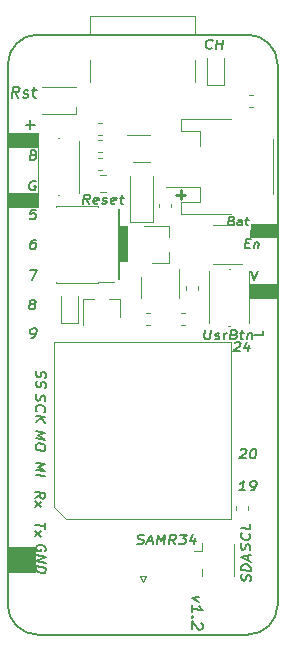
<source format=gto>
G04 #@! TF.GenerationSoftware,KiCad,Pcbnew,(5.1.6)-1*
G04 #@! TF.CreationDate,2020-08-18T19:06:58+02:00*
G04 #@! TF.ProjectId,Penguino-Feather-4260-v1,50656e67-7569-46e6-9f2d-466561746865,1.1*
G04 #@! TF.SameCoordinates,Original*
G04 #@! TF.FileFunction,Legend,Top*
G04 #@! TF.FilePolarity,Positive*
%FSLAX46Y46*%
G04 Gerber Fmt 4.6, Leading zero omitted, Abs format (unit mm)*
G04 Created by KiCad (PCBNEW (5.1.6)-1) date 2020-08-18 19:06:58*
%MOMM*%
%LPD*%
G01*
G04 APERTURE LIST*
%ADD10C,0.100000*%
%ADD11C,0.187500*%
%ADD12C,0.200000*%
%ADD13C,0.150000*%
%ADD14C,0.175000*%
%ADD15C,0.250000*%
G04 #@! TA.AperFunction,Profile*
%ADD16C,0.150000*%
G04 #@! TD*
%ADD17C,0.120000*%
G04 APERTURE END LIST*
D10*
G36*
X133890000Y-89280000D02*
G01*
X133790000Y-89280000D01*
X133790000Y-83380000D01*
X133890000Y-83380000D01*
X133890000Y-89280000D01*
G37*
X133890000Y-89280000D02*
X133790000Y-89280000D01*
X133790000Y-83380000D01*
X133890000Y-83380000D01*
X133890000Y-89280000D01*
G36*
X134590000Y-87780000D02*
G01*
X133790000Y-87780000D01*
X133790000Y-84780000D01*
X134590000Y-84780000D01*
X134590000Y-87780000D01*
G37*
X134590000Y-87780000D02*
X133790000Y-87780000D01*
X133790000Y-84780000D01*
X134590000Y-84780000D01*
X134590000Y-87780000D01*
D11*
X135435003Y-111673809D02*
X135558813Y-111711904D01*
X135773098Y-111711904D01*
X135863575Y-111673809D01*
X135911194Y-111635714D01*
X135963575Y-111559523D01*
X135973098Y-111483333D01*
X135939765Y-111407142D01*
X135901670Y-111369047D01*
X135820718Y-111330952D01*
X135654051Y-111292857D01*
X135573098Y-111254761D01*
X135535003Y-111216666D01*
X135501670Y-111140476D01*
X135511194Y-111064285D01*
X135563575Y-110988095D01*
X135611194Y-110950000D01*
X135701670Y-110911904D01*
X135915956Y-110911904D01*
X136039765Y-110950000D01*
X136315956Y-111483333D02*
X136744527Y-111483333D01*
X136201670Y-111711904D02*
X136601670Y-110911904D01*
X136801670Y-111711904D01*
X137101670Y-111711904D02*
X137201670Y-110911904D01*
X137430241Y-111483333D01*
X137801670Y-110911904D01*
X137701670Y-111711904D01*
X138644527Y-111711904D02*
X138392146Y-111330952D01*
X138130241Y-111711904D02*
X138230241Y-110911904D01*
X138573098Y-110911904D01*
X138654051Y-110950000D01*
X138692146Y-110988095D01*
X138725479Y-111064285D01*
X138711194Y-111178571D01*
X138658813Y-111254761D01*
X138611194Y-111292857D01*
X138520718Y-111330952D01*
X138177860Y-111330952D01*
X139044527Y-110911904D02*
X139601670Y-110911904D01*
X139263575Y-111216666D01*
X139392146Y-111216666D01*
X139473098Y-111254761D01*
X139511194Y-111292857D01*
X139544527Y-111369047D01*
X139520718Y-111559523D01*
X139468337Y-111635714D01*
X139420718Y-111673809D01*
X139330241Y-111711904D01*
X139073098Y-111711904D01*
X138992146Y-111673809D01*
X138954051Y-111635714D01*
X140339765Y-111178571D02*
X140273098Y-111711904D01*
X140163575Y-110873809D02*
X139877860Y-111445238D01*
X140435003Y-111445238D01*
D12*
X140654857Y-116153160D02*
X140054857Y-116316255D01*
X140654857Y-116629351D01*
X140054857Y-117459113D02*
X140054857Y-116887684D01*
X140054857Y-117173398D02*
X140954857Y-117285898D01*
X140826285Y-117174589D01*
X140740571Y-117068636D01*
X140697714Y-116968041D01*
X140140571Y-117898398D02*
X140097714Y-117940660D01*
X140054857Y-117887684D01*
X140097714Y-117845422D01*
X140140571Y-117898398D01*
X140054857Y-117887684D01*
X140869142Y-118418041D02*
X140912000Y-118471017D01*
X140954857Y-118571613D01*
X140954857Y-118809708D01*
X140912000Y-118899589D01*
X140869142Y-118941851D01*
X140783428Y-118978755D01*
X140697714Y-118968041D01*
X140569142Y-118904351D01*
X140054857Y-118268636D01*
X140054857Y-118887684D01*
D10*
G36*
X126740000Y-114080000D02*
G01*
X124594000Y-114080000D01*
X124594000Y-111980000D01*
X126740000Y-111980000D01*
X126740000Y-114080000D01*
G37*
X126740000Y-114080000D02*
X124594000Y-114080000D01*
X124594000Y-111980000D01*
X126740000Y-111980000D01*
X126740000Y-114080000D01*
D13*
X146050000Y-94000000D02*
X146050000Y-93650000D01*
X145350000Y-94000000D02*
X146050000Y-94000000D01*
D14*
X145095156Y-88616666D02*
X145274322Y-89316666D01*
X145628489Y-88616666D01*
X144636822Y-86250000D02*
X144903489Y-86250000D01*
X144971941Y-86616666D02*
X144590989Y-86616666D01*
X144678489Y-85916666D01*
X145059441Y-85916666D01*
X145373132Y-86150000D02*
X145314799Y-86616666D01*
X145364799Y-86216666D02*
X145407061Y-86183333D01*
X145487418Y-86150000D01*
X145601703Y-86150000D01*
X145673727Y-86183333D01*
X145703489Y-86250000D01*
X145657656Y-86616666D01*
X143436822Y-84350000D02*
X143546941Y-84383333D01*
X143580870Y-84416666D01*
X143610632Y-84483333D01*
X143598132Y-84583333D01*
X143551703Y-84650000D01*
X143509441Y-84683333D01*
X143429084Y-84716666D01*
X143124322Y-84716666D01*
X143211822Y-84016666D01*
X143478489Y-84016666D01*
X143550513Y-84050000D01*
X143584441Y-84083333D01*
X143614203Y-84150000D01*
X143605870Y-84216666D01*
X143559441Y-84283333D01*
X143517180Y-84316666D01*
X143436822Y-84350000D01*
X143170156Y-84350000D01*
X144267180Y-84716666D02*
X144313013Y-84350000D01*
X144283251Y-84283333D01*
X144211227Y-84250000D01*
X144058846Y-84250000D01*
X143978489Y-84283333D01*
X144271346Y-84683333D02*
X144190989Y-84716666D01*
X144000513Y-84716666D01*
X143928489Y-84683333D01*
X143898727Y-84616666D01*
X143907061Y-84550000D01*
X143953489Y-84483333D01*
X144033846Y-84450000D01*
X144224322Y-84450000D01*
X144304680Y-84416666D01*
X144592180Y-84250000D02*
X144896941Y-84250000D01*
X144735632Y-84016666D02*
X144660632Y-84616666D01*
X144690394Y-84683333D01*
X144762418Y-84716666D01*
X144838608Y-84716666D01*
D11*
X143696119Y-94700714D02*
X143741060Y-94665000D01*
X143826476Y-94629285D01*
X144028857Y-94629285D01*
X144105345Y-94665000D01*
X144141357Y-94700714D01*
X144172905Y-94772142D01*
X144163976Y-94843571D01*
X144110107Y-94950714D01*
X143570822Y-95379285D01*
X144097012Y-95379285D01*
X144888084Y-94879285D02*
X144825584Y-95379285D01*
X144721417Y-94593571D02*
X144452072Y-95129285D01*
X144978262Y-95129285D01*
X144179289Y-103738095D02*
X144226908Y-103700000D01*
X144317384Y-103661904D01*
X144531670Y-103661904D01*
X144612622Y-103700000D01*
X144650718Y-103738095D01*
X144684051Y-103814285D01*
X144674527Y-103890476D01*
X144617384Y-104004761D01*
X144045956Y-104461904D01*
X144603098Y-104461904D01*
X145260241Y-103661904D02*
X145345956Y-103661904D01*
X145426908Y-103700000D01*
X145465003Y-103738095D01*
X145498337Y-103814285D01*
X145522146Y-103966666D01*
X145498337Y-104157142D01*
X145436432Y-104309523D01*
X145384051Y-104385714D01*
X145336432Y-104423809D01*
X145245956Y-104461904D01*
X145160241Y-104461904D01*
X145079289Y-104423809D01*
X145041194Y-104385714D01*
X145007860Y-104309523D01*
X144984051Y-104157142D01*
X145007860Y-103966666D01*
X145069765Y-103814285D01*
X145122146Y-103738095D01*
X145169765Y-103700000D01*
X145260241Y-103661904D01*
X144593098Y-107161904D02*
X144078813Y-107161904D01*
X144335956Y-107161904D02*
X144435956Y-106361904D01*
X144335956Y-106476190D01*
X144240718Y-106552380D01*
X144150241Y-106590476D01*
X145021670Y-107161904D02*
X145193098Y-107161904D01*
X145283575Y-107123809D01*
X145331194Y-107085714D01*
X145431194Y-106971428D01*
X145493098Y-106819047D01*
X145531194Y-106514285D01*
X145497860Y-106438095D01*
X145459765Y-106400000D01*
X145378813Y-106361904D01*
X145207384Y-106361904D01*
X145116908Y-106400000D01*
X145069289Y-106438095D01*
X145016908Y-106514285D01*
X144993098Y-106704761D01*
X145026432Y-106780952D01*
X145064527Y-106819047D01*
X145145479Y-106857142D01*
X145316908Y-106857142D01*
X145407384Y-106819047D01*
X145455003Y-106780952D01*
X145507384Y-106704761D01*
D10*
G36*
X147200000Y-85728000D02*
G01*
X145000000Y-85728000D01*
X145034000Y-84582000D01*
X147200000Y-84582000D01*
X147200000Y-85728000D01*
G37*
X147200000Y-85728000D02*
X145000000Y-85728000D01*
X145034000Y-84582000D01*
X147200000Y-84582000D01*
X147200000Y-85728000D01*
G36*
X147200000Y-90900000D02*
G01*
X145000000Y-90900000D01*
X145000000Y-89700000D01*
X147200000Y-89700000D01*
X147200000Y-90900000D01*
G37*
X147200000Y-90900000D02*
X145000000Y-90900000D01*
X145000000Y-89700000D01*
X147200000Y-89700000D01*
X147200000Y-90900000D01*
G36*
X127000000Y-78100000D02*
G01*
X124600000Y-78100000D01*
X124600000Y-76900000D01*
X127000000Y-76900000D01*
X127000000Y-78100000D01*
G37*
X127000000Y-78100000D02*
X124600000Y-78100000D01*
X124600000Y-76900000D01*
X127000000Y-76900000D01*
X127000000Y-78100000D01*
D11*
X126845479Y-81000000D02*
X126764527Y-80961904D01*
X126635956Y-80961904D01*
X126502622Y-81000000D01*
X126407384Y-81076190D01*
X126355003Y-81152380D01*
X126293098Y-81304761D01*
X126278813Y-81419047D01*
X126302622Y-81571428D01*
X126335956Y-81647619D01*
X126412146Y-81723809D01*
X126535956Y-81761904D01*
X126621670Y-81761904D01*
X126755003Y-81723809D01*
X126802622Y-81685714D01*
X126835956Y-81419047D01*
X126664527Y-81419047D01*
D10*
G36*
X127000000Y-83200000D02*
G01*
X124600000Y-83200000D01*
X124600000Y-82000000D01*
X127000000Y-82000000D01*
X127000000Y-83200000D01*
G37*
X127000000Y-83200000D02*
X124600000Y-83200000D01*
X124600000Y-82000000D01*
X127000000Y-82000000D01*
X127000000Y-83200000D01*
D12*
X126009047Y-76201428D02*
X126770952Y-76201428D01*
X126390000Y-76582380D02*
X126390000Y-75820476D01*
D11*
X126460956Y-91379761D02*
X126380003Y-91341666D01*
X126341908Y-91303571D01*
X126308575Y-91227380D01*
X126313337Y-91189285D01*
X126365718Y-91113095D01*
X126413337Y-91075000D01*
X126503813Y-91036904D01*
X126675241Y-91036904D01*
X126756194Y-91075000D01*
X126794289Y-91113095D01*
X126827622Y-91189285D01*
X126822860Y-91227380D01*
X126770479Y-91303571D01*
X126722860Y-91341666D01*
X126632384Y-91379761D01*
X126460956Y-91379761D01*
X126370479Y-91417857D01*
X126322860Y-91455952D01*
X126270479Y-91532142D01*
X126251432Y-91684523D01*
X126284765Y-91760714D01*
X126322860Y-91798809D01*
X126403813Y-91836904D01*
X126575241Y-91836904D01*
X126665718Y-91798809D01*
X126713337Y-91760714D01*
X126765718Y-91684523D01*
X126784765Y-91532142D01*
X126751432Y-91455952D01*
X126713337Y-91417857D01*
X126632384Y-91379761D01*
X126364527Y-88536904D02*
X126964527Y-88536904D01*
X126478813Y-89336904D01*
X126393098Y-94261904D02*
X126564527Y-94261904D01*
X126655003Y-94223809D01*
X126702622Y-94185714D01*
X126802622Y-94071428D01*
X126864527Y-93919047D01*
X126902622Y-93614285D01*
X126869289Y-93538095D01*
X126831194Y-93500000D01*
X126750241Y-93461904D01*
X126578813Y-93461904D01*
X126488337Y-93500000D01*
X126440718Y-93538095D01*
X126388337Y-93614285D01*
X126364527Y-93804761D01*
X126397860Y-93880952D01*
X126435956Y-93919047D01*
X126516908Y-93957142D01*
X126688337Y-93957142D01*
X126778813Y-93919047D01*
X126826432Y-93880952D01*
X126878813Y-93804761D01*
X126860956Y-85936904D02*
X126689527Y-85936904D01*
X126599051Y-85975000D01*
X126551432Y-86013095D01*
X126451432Y-86127380D01*
X126389527Y-86279761D01*
X126351432Y-86584523D01*
X126384765Y-86660714D01*
X126422860Y-86698809D01*
X126503813Y-86736904D01*
X126675241Y-86736904D01*
X126765718Y-86698809D01*
X126813337Y-86660714D01*
X126865718Y-86584523D01*
X126889527Y-86394047D01*
X126856194Y-86317857D01*
X126818098Y-86279761D01*
X126737146Y-86241666D01*
X126565718Y-86241666D01*
X126475241Y-86279761D01*
X126427622Y-86317857D01*
X126375241Y-86394047D01*
X126878813Y-83411904D02*
X126450241Y-83411904D01*
X126359765Y-83792857D01*
X126407384Y-83754761D01*
X126497860Y-83716666D01*
X126712146Y-83716666D01*
X126793098Y-83754761D01*
X126831194Y-83792857D01*
X126864527Y-83869047D01*
X126840718Y-84059523D01*
X126788337Y-84135714D01*
X126740718Y-84173809D01*
X126650241Y-84211904D01*
X126435956Y-84211904D01*
X126355003Y-84173809D01*
X126316908Y-84135714D01*
X126901190Y-97058575D02*
X126863095Y-97182384D01*
X126863095Y-97396670D01*
X126901190Y-97487146D01*
X126939285Y-97534765D01*
X127015476Y-97587146D01*
X127091666Y-97596670D01*
X127167857Y-97563337D01*
X127205952Y-97525241D01*
X127244047Y-97444289D01*
X127282142Y-97277622D01*
X127320238Y-97196670D01*
X127358333Y-97158575D01*
X127434523Y-97125241D01*
X127510714Y-97134765D01*
X127586904Y-97187146D01*
X127625000Y-97234765D01*
X127663095Y-97325241D01*
X127663095Y-97539527D01*
X127625000Y-97663337D01*
X126901190Y-97915718D02*
X126863095Y-98039527D01*
X126863095Y-98253813D01*
X126901190Y-98344289D01*
X126939285Y-98391908D01*
X127015476Y-98444289D01*
X127091666Y-98453813D01*
X127167857Y-98420479D01*
X127205952Y-98382384D01*
X127244047Y-98301432D01*
X127282142Y-98134765D01*
X127320238Y-98053813D01*
X127358333Y-98015718D01*
X127434523Y-97982384D01*
X127510714Y-97991908D01*
X127586904Y-98044289D01*
X127625000Y-98091908D01*
X127663095Y-98182384D01*
X127663095Y-98396670D01*
X127625000Y-98520479D01*
X126876190Y-99037146D02*
X126838095Y-99160956D01*
X126838095Y-99375241D01*
X126876190Y-99465718D01*
X126914285Y-99513337D01*
X126990476Y-99565718D01*
X127066666Y-99575241D01*
X127142857Y-99541908D01*
X127180952Y-99503813D01*
X127219047Y-99422860D01*
X127257142Y-99256194D01*
X127295238Y-99175241D01*
X127333333Y-99137146D01*
X127409523Y-99103813D01*
X127485714Y-99113337D01*
X127561904Y-99165718D01*
X127600000Y-99213337D01*
X127638095Y-99303813D01*
X127638095Y-99518098D01*
X127600000Y-99641908D01*
X126914285Y-100456194D02*
X126876190Y-100408575D01*
X126838095Y-100275241D01*
X126838095Y-100189527D01*
X126876190Y-100065718D01*
X126952380Y-99989527D01*
X127028571Y-99956194D01*
X127180952Y-99932384D01*
X127295238Y-99946670D01*
X127447619Y-100008575D01*
X127523809Y-100060956D01*
X127600000Y-100156194D01*
X127638095Y-100289527D01*
X127638095Y-100375241D01*
X127600000Y-100499051D01*
X127561904Y-100537146D01*
X126838095Y-100832384D02*
X127638095Y-100932384D01*
X126838095Y-101346670D02*
X127295238Y-101018098D01*
X127638095Y-101446670D02*
X127180952Y-100875241D01*
X126838095Y-102168098D02*
X127638095Y-102268098D01*
X127066666Y-102496670D01*
X127638095Y-102868098D01*
X126838095Y-102768098D01*
X127638095Y-103468098D02*
X127638095Y-103639527D01*
X127600000Y-103720479D01*
X127523809Y-103796670D01*
X127371428Y-103820479D01*
X127104761Y-103787146D01*
X126952380Y-103725241D01*
X126876190Y-103630003D01*
X126838095Y-103539527D01*
X126838095Y-103368098D01*
X126876190Y-103287146D01*
X126952380Y-103210956D01*
X127104761Y-103187146D01*
X127371428Y-103220479D01*
X127523809Y-103282384D01*
X127600000Y-103377622D01*
X127638095Y-103468098D01*
X126838095Y-104850241D02*
X127638095Y-104950241D01*
X127066666Y-105178813D01*
X127638095Y-105550241D01*
X126838095Y-105450241D01*
X126838095Y-105878813D02*
X127638095Y-105978813D01*
X144948809Y-112252139D02*
X144986904Y-112128329D01*
X144986904Y-111914043D01*
X144948809Y-111823567D01*
X144910714Y-111775948D01*
X144834523Y-111723567D01*
X144758333Y-111714043D01*
X144682142Y-111747377D01*
X144644047Y-111785472D01*
X144605952Y-111866424D01*
X144567857Y-112033091D01*
X144529761Y-112114043D01*
X144491666Y-112152139D01*
X144415476Y-112185472D01*
X144339285Y-112175948D01*
X144263095Y-112123567D01*
X144225000Y-112075948D01*
X144186904Y-111985472D01*
X144186904Y-111771186D01*
X144225000Y-111647377D01*
X144910714Y-110833091D02*
X144948809Y-110880710D01*
X144986904Y-111014043D01*
X144986904Y-111099758D01*
X144948809Y-111223567D01*
X144872619Y-111299758D01*
X144796428Y-111333091D01*
X144644047Y-111356901D01*
X144529761Y-111342615D01*
X144377380Y-111280710D01*
X144301190Y-111228329D01*
X144225000Y-111133091D01*
X144186904Y-110999758D01*
X144186904Y-110914043D01*
X144225000Y-110790234D01*
X144263095Y-110752139D01*
X144986904Y-110028329D02*
X144986904Y-110456901D01*
X144186904Y-110356901D01*
X144998809Y-114873567D02*
X145036904Y-114749758D01*
X145036904Y-114535472D01*
X144998809Y-114444996D01*
X144960714Y-114397377D01*
X144884523Y-114344996D01*
X144808333Y-114335472D01*
X144732142Y-114368805D01*
X144694047Y-114406901D01*
X144655952Y-114487853D01*
X144617857Y-114654520D01*
X144579761Y-114735472D01*
X144541666Y-114773567D01*
X144465476Y-114806901D01*
X144389285Y-114797377D01*
X144313095Y-114744996D01*
X144275000Y-114697377D01*
X144236904Y-114606901D01*
X144236904Y-114392615D01*
X144275000Y-114268805D01*
X145036904Y-113978329D02*
X144236904Y-113878329D01*
X144236904Y-113664043D01*
X144275000Y-113540234D01*
X144351190Y-113464043D01*
X144427380Y-113430710D01*
X144579761Y-113406901D01*
X144694047Y-113421186D01*
X144846428Y-113483091D01*
X144922619Y-113535472D01*
X144998809Y-113630710D01*
X145036904Y-113764043D01*
X145036904Y-113978329D01*
X144808333Y-113092615D02*
X144808333Y-112664043D01*
X145036904Y-113206901D02*
X144236904Y-112806901D01*
X145036904Y-112606901D01*
X127660000Y-112334051D02*
X127698095Y-112253098D01*
X127698095Y-112124527D01*
X127660000Y-111991194D01*
X127583809Y-111895956D01*
X127507619Y-111843575D01*
X127355238Y-111781670D01*
X127240952Y-111767384D01*
X127088571Y-111791194D01*
X127012380Y-111824527D01*
X126936190Y-111900718D01*
X126898095Y-112024527D01*
X126898095Y-112110241D01*
X126936190Y-112243575D01*
X126974285Y-112291194D01*
X127240952Y-112324527D01*
X127240952Y-112153098D01*
X126898095Y-112667384D02*
X127698095Y-112767384D01*
X126898095Y-113181670D01*
X127698095Y-113281670D01*
X126898095Y-113610241D02*
X127698095Y-113710241D01*
X127698095Y-113924527D01*
X127660000Y-114048337D01*
X127583809Y-114124527D01*
X127507619Y-114157860D01*
X127355238Y-114181670D01*
X127240952Y-114167384D01*
X127088571Y-114105479D01*
X127012380Y-114053098D01*
X126936190Y-113957860D01*
X126898095Y-113824527D01*
X126898095Y-113610241D01*
X127588095Y-109943098D02*
X127588095Y-110457384D01*
X126788095Y-110100241D02*
X127588095Y-110200241D01*
X126788095Y-110571670D02*
X127321428Y-111109765D01*
X127321428Y-110638337D02*
X126788095Y-111043098D01*
X126788095Y-107778813D02*
X127169047Y-107526432D01*
X126788095Y-107264527D02*
X127588095Y-107364527D01*
X127588095Y-107707384D01*
X127550000Y-107788337D01*
X127511904Y-107826432D01*
X127435714Y-107859765D01*
X127321428Y-107845479D01*
X127245238Y-107793098D01*
X127207142Y-107745479D01*
X127169047Y-107655003D01*
X127169047Y-107312146D01*
X126788095Y-108078813D02*
X127321428Y-108616908D01*
X127321428Y-108145479D02*
X126788095Y-108550241D01*
X126681194Y-78742857D02*
X126805003Y-78780952D01*
X126843098Y-78819047D01*
X126876432Y-78895238D01*
X126862146Y-79009523D01*
X126809765Y-79085714D01*
X126762146Y-79123809D01*
X126671670Y-79161904D01*
X126328813Y-79161904D01*
X126428813Y-78361904D01*
X126728813Y-78361904D01*
X126809765Y-78400000D01*
X126847860Y-78438095D01*
X126881194Y-78514285D01*
X126871670Y-78590476D01*
X126819289Y-78666666D01*
X126771670Y-78704761D01*
X126681194Y-78742857D01*
X126381194Y-78742857D01*
X125374795Y-73907142D02*
X125095033Y-73478571D01*
X124803366Y-73907142D02*
X124915866Y-73007142D01*
X125296819Y-73007142D01*
X125386700Y-73050000D01*
X125428962Y-73092857D01*
X125465866Y-73178571D01*
X125449795Y-73307142D01*
X125391462Y-73392857D01*
X125338485Y-73435714D01*
X125237890Y-73478571D01*
X124856938Y-73478571D01*
X125761104Y-73864285D02*
X125850985Y-73907142D01*
X126041462Y-73907142D01*
X126142057Y-73864285D01*
X126200390Y-73778571D01*
X126205747Y-73735714D01*
X126168843Y-73650000D01*
X126078962Y-73607142D01*
X125936104Y-73607142D01*
X125846223Y-73564285D01*
X125809319Y-73478571D01*
X125814676Y-73435714D01*
X125873009Y-73350000D01*
X125973604Y-73307142D01*
X126116462Y-73307142D01*
X126206343Y-73350000D01*
X126545033Y-73307142D02*
X126925985Y-73307142D01*
X126725390Y-73007142D02*
X126628962Y-73778571D01*
X126665866Y-73864285D01*
X126755747Y-73907142D01*
X126850985Y-73907142D01*
X141734988Y-69692857D02*
X141687667Y-69728571D01*
X141554631Y-69764285D01*
X141468917Y-69764285D01*
X141344810Y-69728571D01*
X141268024Y-69657142D01*
X141234095Y-69585714D01*
X141209095Y-69442857D01*
X141222488Y-69335714D01*
X141283203Y-69192857D01*
X141334988Y-69121428D01*
X141429631Y-69050000D01*
X141562667Y-69014285D01*
X141648381Y-69014285D01*
X141772488Y-69050000D01*
X141810881Y-69085714D01*
X142111774Y-69764285D02*
X142205524Y-69014285D01*
X142160881Y-69371428D02*
X142675167Y-69371428D01*
X142626060Y-69764285D02*
X142719810Y-69014285D01*
D15*
X138719047Y-82121428D02*
X139480952Y-82121428D01*
X139100000Y-82502380D02*
X139100000Y-81740476D01*
D11*
X141173381Y-93614285D02*
X141097488Y-94221428D01*
X141131417Y-94292857D01*
X141169810Y-94328571D01*
X141251060Y-94364285D01*
X141422488Y-94364285D01*
X141512667Y-94328571D01*
X141559988Y-94292857D01*
X141611774Y-94221428D01*
X141687667Y-93614285D01*
X141984095Y-94328571D02*
X142065345Y-94364285D01*
X142236774Y-94364285D01*
X142326953Y-94328571D01*
X142378738Y-94257142D01*
X142383203Y-94221428D01*
X142349274Y-94150000D01*
X142268024Y-94114285D01*
X142139453Y-94114285D01*
X142058203Y-94078571D01*
X142024274Y-94007142D01*
X142028738Y-93971428D01*
X142080524Y-93900000D01*
X142170703Y-93864285D01*
X142299274Y-93864285D01*
X142380524Y-93900000D01*
X142751060Y-94364285D02*
X142813560Y-93864285D01*
X142795703Y-94007142D02*
X142847488Y-93935714D01*
X142894810Y-93900000D01*
X142984988Y-93864285D01*
X143070703Y-93864285D01*
X143657310Y-93971428D02*
X143781417Y-94007142D01*
X143819810Y-94042857D01*
X143853738Y-94114285D01*
X143840345Y-94221428D01*
X143788560Y-94292857D01*
X143741238Y-94328571D01*
X143651060Y-94364285D01*
X143308203Y-94364285D01*
X143401953Y-93614285D01*
X143701953Y-93614285D01*
X143783203Y-93650000D01*
X143821595Y-93685714D01*
X143855524Y-93757142D01*
X143846595Y-93828571D01*
X143794810Y-93900000D01*
X143747488Y-93935714D01*
X143657310Y-93971428D01*
X143357310Y-93971428D01*
X144142131Y-93864285D02*
X144484988Y-93864285D01*
X144301953Y-93614285D02*
X144221595Y-94257142D01*
X144255524Y-94328571D01*
X144336774Y-94364285D01*
X144422488Y-94364285D01*
X144784988Y-93864285D02*
X144722488Y-94364285D01*
X144776060Y-93935714D02*
X144823381Y-93900000D01*
X144913560Y-93864285D01*
X145042131Y-93864285D01*
X145123381Y-93900000D01*
X145157310Y-93971428D01*
X145108203Y-94364285D01*
X131354631Y-82889285D02*
X131099274Y-82532142D01*
X130840345Y-82889285D02*
X130934095Y-82139285D01*
X131276953Y-82139285D01*
X131358203Y-82175000D01*
X131396595Y-82210714D01*
X131430524Y-82282142D01*
X131417131Y-82389285D01*
X131365345Y-82460714D01*
X131318024Y-82496428D01*
X131227845Y-82532142D01*
X130884988Y-82532142D01*
X132087667Y-82853571D02*
X131997488Y-82889285D01*
X131826060Y-82889285D01*
X131744810Y-82853571D01*
X131710881Y-82782142D01*
X131746595Y-82496428D01*
X131798381Y-82425000D01*
X131888560Y-82389285D01*
X132059988Y-82389285D01*
X132141238Y-82425000D01*
X132175167Y-82496428D01*
X132166238Y-82567857D01*
X131728738Y-82639285D01*
X132473381Y-82853571D02*
X132554631Y-82889285D01*
X132726060Y-82889285D01*
X132816238Y-82853571D01*
X132868024Y-82782142D01*
X132872488Y-82746428D01*
X132838560Y-82675000D01*
X132757310Y-82639285D01*
X132628738Y-82639285D01*
X132547488Y-82603571D01*
X132513560Y-82532142D01*
X132518024Y-82496428D01*
X132569810Y-82425000D01*
X132659988Y-82389285D01*
X132788560Y-82389285D01*
X132869810Y-82425000D01*
X133587667Y-82853571D02*
X133497488Y-82889285D01*
X133326060Y-82889285D01*
X133244810Y-82853571D01*
X133210881Y-82782142D01*
X133246595Y-82496428D01*
X133298381Y-82425000D01*
X133388560Y-82389285D01*
X133559988Y-82389285D01*
X133641238Y-82425000D01*
X133675167Y-82496428D01*
X133666238Y-82567857D01*
X133228738Y-82639285D01*
X133945703Y-82389285D02*
X134288560Y-82389285D01*
X134105524Y-82139285D02*
X134025167Y-82782142D01*
X134059095Y-82853571D01*
X134140345Y-82889285D01*
X134226060Y-82889285D01*
D16*
X127000000Y-119380000D02*
G75*
G02*
X124460000Y-116840000I0J2540000D01*
G01*
X147320000Y-116840000D02*
G75*
G02*
X144780000Y-119380000I-2540000J0D01*
G01*
X144780000Y-68580000D02*
G75*
G02*
X147320000Y-71120000I0J-2540000D01*
G01*
X124460000Y-71120000D02*
G75*
G02*
X127000000Y-68580000I2540000J0D01*
G01*
X124460000Y-116840000D02*
X124460000Y-71120000D01*
X144780000Y-119380000D02*
X127000000Y-119380000D01*
X147320000Y-71120000D02*
X147320000Y-116840000D01*
X127000000Y-68580000D02*
X144780000Y-68580000D01*
D17*
X134800000Y-84450000D02*
X134800000Y-80550000D01*
X136800000Y-84450000D02*
X136800000Y-80550000D01*
X134800000Y-84450000D02*
X136800000Y-84450000D01*
X140875000Y-111640000D02*
X140875000Y-112280000D01*
X140875000Y-114440000D02*
X140875000Y-113800000D01*
X140875000Y-112280000D02*
X140245000Y-112280000D01*
X143595000Y-111690000D02*
X143595000Y-114390000D01*
X146960000Y-82090000D02*
X146960000Y-77410000D01*
X140740000Y-76710000D02*
X140740000Y-77990000D01*
X139140000Y-76710000D02*
X140740000Y-76710000D01*
X139140000Y-75690000D02*
X139140000Y-76710000D01*
X143390000Y-75690000D02*
X139140000Y-75690000D01*
X140740000Y-81510000D02*
X137850000Y-81510000D01*
X140740000Y-82790000D02*
X140740000Y-81510000D01*
X139140000Y-82790000D02*
X140740000Y-82790000D01*
X139140000Y-83810000D02*
X139140000Y-82790000D01*
X143390000Y-83810000D02*
X139140000Y-83810000D01*
X145252779Y-73700000D02*
X144927221Y-73700000D01*
X145252779Y-74720000D02*
X144927221Y-74720000D01*
X132462779Y-76090000D02*
X132137221Y-76090000D01*
X132462779Y-77110000D02*
X132137221Y-77110000D01*
X132137221Y-78990000D02*
X132462779Y-78990000D01*
X132137221Y-80010000D02*
X132462779Y-80010000D01*
X140610000Y-89837221D02*
X140610000Y-90162779D01*
X139590000Y-89837221D02*
X139590000Y-90162779D01*
X144782000Y-108498421D02*
X144782000Y-108823979D01*
X143762000Y-108498421D02*
X143762000Y-108823979D01*
X139137221Y-92140000D02*
X139462779Y-92140000D01*
X139137221Y-93160000D02*
X139462779Y-93160000D01*
X136512779Y-92140000D02*
X136187221Y-92140000D01*
X136512779Y-93160000D02*
X136187221Y-93160000D01*
X142771800Y-72808200D02*
X142771800Y-70523200D01*
X141301800Y-72808200D02*
X142771800Y-72808200D01*
X141301800Y-70523200D02*
X141301800Y-72808200D01*
X130228000Y-73018000D02*
X127328000Y-73018000D01*
X130228000Y-75318000D02*
X127328000Y-75318000D01*
X130228000Y-74718000D02*
X130228000Y-75318000D01*
X128965000Y-90750000D02*
X128965000Y-93035000D01*
X128965000Y-93035000D02*
X130435000Y-93035000D01*
X130435000Y-93035000D02*
X130435000Y-90750000D01*
X132241422Y-81910000D02*
X132758578Y-81910000D01*
X132241422Y-80490000D02*
X132758578Y-80490000D01*
X132462779Y-77540000D02*
X132137221Y-77540000D01*
X132462779Y-78560000D02*
X132137221Y-78560000D01*
X128585000Y-83180000D02*
X128585000Y-83115000D01*
X132115000Y-83180000D02*
X132115000Y-83115000D01*
X128585000Y-89585000D02*
X128585000Y-89520000D01*
X132115000Y-89585000D02*
X132115000Y-89520000D01*
X133440000Y-89520000D02*
X132115000Y-89520000D01*
X132115000Y-83115000D02*
X128585000Y-83115000D01*
X132115000Y-89585000D02*
X128585000Y-89585000D01*
X135890000Y-114930000D02*
X136140000Y-114430000D01*
X136140000Y-114430000D02*
X135640000Y-114430000D01*
X135640000Y-114430000D02*
X135890000Y-114930000D01*
X141850000Y-87960000D02*
X144300000Y-87960000D01*
X143650000Y-84740000D02*
X141850000Y-84740000D01*
X135100000Y-79360000D02*
X136500000Y-79360000D01*
X136500000Y-77040000D02*
X134600000Y-77040000D01*
X133980000Y-90990000D02*
X133980000Y-92450000D01*
X130820000Y-90990000D02*
X130820000Y-93150000D01*
X130820000Y-90990000D02*
X131750000Y-90990000D01*
X133980000Y-90990000D02*
X133050000Y-90990000D01*
X135740000Y-89100000D02*
X135740000Y-90900000D01*
X138960000Y-90900000D02*
X138960000Y-88450000D01*
X140360000Y-72552000D02*
X140360000Y-70752000D01*
X140360000Y-67042000D02*
X140360000Y-68502000D01*
X131420000Y-67042000D02*
X131420000Y-68502000D01*
X131420000Y-72552000D02*
X131420000Y-70752000D01*
X131420000Y-67042000D02*
X140360000Y-67042000D01*
X128718000Y-82166000D02*
X128818000Y-82166000D01*
X127068000Y-77556000D02*
X127068000Y-81956000D01*
X130488000Y-81956000D02*
X130488000Y-77556000D01*
X128728000Y-77336000D02*
X128828000Y-77336000D01*
X137290000Y-82887221D02*
X137290000Y-83212779D01*
X138310000Y-82887221D02*
X138310000Y-83212779D01*
X138160000Y-87930000D02*
X136700000Y-87930000D01*
X138160000Y-84770000D02*
X136000000Y-84770000D01*
X138160000Y-84770000D02*
X138160000Y-85700000D01*
X138160000Y-87930000D02*
X138160000Y-87000000D01*
X143390000Y-109601000D02*
X143390000Y-94601000D01*
X143390000Y-94601000D02*
X128390000Y-94601000D01*
X128390000Y-94601000D02*
X128390000Y-108601000D01*
X143390000Y-109601000D02*
X129390000Y-109601000D01*
X128390000Y-108601000D02*
X129390000Y-109601000D01*
X143260000Y-88410000D02*
X143160000Y-88410000D01*
X144910000Y-93020000D02*
X144910000Y-88620000D01*
X141490000Y-88620000D02*
X141490000Y-93020000D01*
X143250000Y-93240000D02*
X143150000Y-93240000D01*
M02*

</source>
